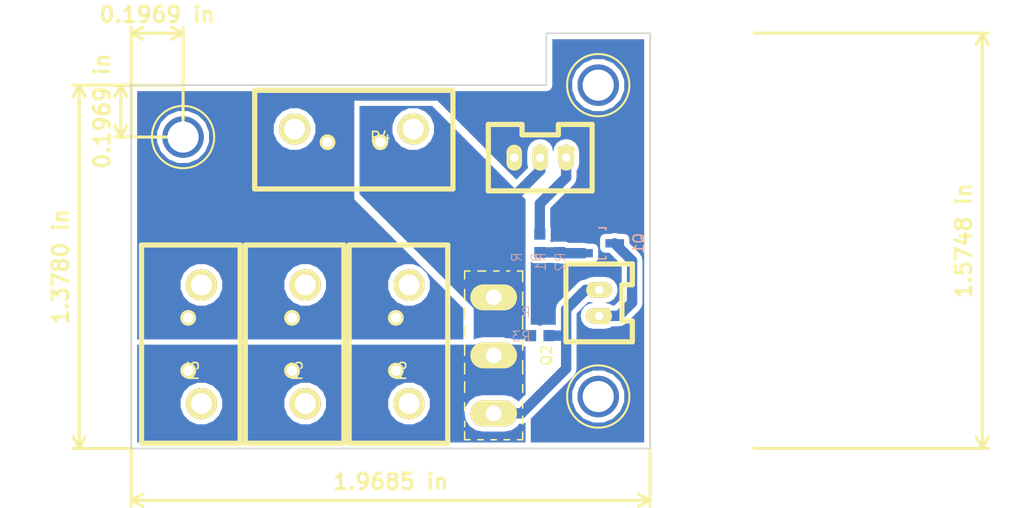
<source format=kicad_pcb>
(kicad_pcb (version 4) (host pcbnew 4.0.1-stable)

  (general
    (links 18)
    (no_connects 0)
    (area -12.999999 -7.85 90 41.200001)
    (thickness 1.6)
    (drawings 14)
    (tracks 53)
    (zones 0)
    (modules 11)
    (nets 8)
  )

  (page A4)
  (layers
    (0 F.Cu signal)
    (31 B.Cu signal)
    (32 B.Adhes user)
    (33 F.Adhes user)
    (34 B.Paste user)
    (35 F.Paste user)
    (36 B.SilkS user)
    (37 F.SilkS user)
    (38 B.Mask user)
    (39 F.Mask user)
    (40 Dwgs.User user)
    (41 Cmts.User user)
    (42 Eco1.User user)
    (43 Eco2.User user)
    (44 Edge.Cuts user)
    (45 Margin user)
    (46 B.CrtYd user)
    (47 F.CrtYd user)
    (48 B.Fab user)
    (49 F.Fab user)
  )

  (setup
    (last_trace_width 0.25)
    (user_trace_width 0.5)
    (user_trace_width 1)
    (user_trace_width 2)
    (trace_clearance 0.2)
    (zone_clearance 0.5)
    (zone_45_only no)
    (trace_min 0.2)
    (segment_width 0.2)
    (edge_width 0.15)
    (via_size 0.6)
    (via_drill 0.4)
    (via_min_size 0.4)
    (via_min_drill 0.3)
    (user_via 1.5 0.8)
    (user_via 4 3)
    (uvia_size 0.3)
    (uvia_drill 0.1)
    (uvias_allowed no)
    (uvia_min_size 0.2)
    (uvia_min_drill 0.1)
    (pcb_text_width 0.3)
    (pcb_text_size 1.5 1.5)
    (mod_edge_width 0.15)
    (mod_text_size 1 1)
    (mod_text_width 0.15)
    (pad_size 1.5 2.5)
    (pad_drill 0.8)
    (pad_to_mask_clearance 0.2)
    (aux_axis_origin 0 0)
    (visible_elements 7FFFFFFF)
    (pcbplotparams
      (layerselection 0x01000_80000000)
      (usegerberextensions false)
      (excludeedgelayer true)
      (linewidth 0.100000)
      (plotframeref false)
      (viasonmask false)
      (mode 1)
      (useauxorigin false)
      (hpglpennumber 1)
      (hpglpenspeed 20)
      (hpglpendiameter 15)
      (hpglpenoverlay 2)
      (psnegative false)
      (psa4output false)
      (plotreference true)
      (plotvalue true)
      (plotinvisibletext false)
      (padsonsilk false)
      (subtractmaskfromsilk false)
      (outputformat 1)
      (mirror false)
      (drillshape 0)
      (scaleselection 1)
      (outputdirectory ""))
  )

  (net 0 "")
  (net 1 +BATT)
  (net 2 GNDPWR)
  (net 3 /OUT)
  (net 4 "Net-(Q1-PadG)")
  (net 5 "Net-(P2-Pad3)")
  (net 6 "Net-(P1-Pad2)")
  (net 7 "Net-(P1-Pad1)")

  (net_class Default "これは標準のネット クラスです。"
    (clearance 0.2)
    (trace_width 0.25)
    (via_dia 0.6)
    (via_drill 0.4)
    (uvia_dia 0.3)
    (uvia_drill 0.1)
    (add_net +BATT)
    (add_net /OUT)
    (add_net GNDPWR)
    (add_net "Net-(P1-Pad1)")
    (add_net "Net-(P1-Pad2)")
    (add_net "Net-(P2-Pad3)")
    (add_net "Net-(Q1-PadG)")
  )

  (module TO_SOT_Packages_THT:TO-247_Vertical_Neutral123_MountedFromLS (layer F.Cu) (tedit 5717469D) (tstamp 571746AA)
    (at 34.925 26.035 270)
    (descr "TO-247 TO-218 TOP-3 FET 1=Gate 2=Drain 3=Source, Vertical, Mounted from LS")
    (tags "Transistor FET TO-247 TO-218 TOP-3 Vertical, LS")
    (path /57174657)
    (fp_text reference Q2 (at 0 -5.08 270) (layer F.SilkS)
      (effects (font (size 1 1) (thickness 0.15)))
    )
    (fp_text value FET_P (at -1.27 5.08 270) (layer F.Fab)
      (effects (font (size 1 1) (thickness 0.15)))
    )
    (fp_line (start 8.128 1.016) (end 8.128 1.524) (layer F.SilkS) (width 0.15))
    (fp_line (start 8.128 -0.254) (end 8.128 0.254) (layer F.SilkS) (width 0.15))
    (fp_line (start 8.128 -1.524) (end 8.128 -1.016) (layer F.SilkS) (width 0.15))
    (fp_line (start 8.128 2.794) (end 8.128 2.286) (layer F.SilkS) (width 0.15))
    (fp_line (start 8.128 -2.794) (end 8.128 -2.286) (layer F.SilkS) (width 0.15))
    (fp_line (start -8.128 -1.27) (end -8.128 -1.524) (layer F.SilkS) (width 0.15))
    (fp_line (start -8.128 0) (end -8.128 -0.508) (layer F.SilkS) (width 0.15))
    (fp_line (start -8.128 1.524) (end -8.128 0.762) (layer F.SilkS) (width 0.15))
    (fp_line (start -8.128 2.794) (end -8.128 2.286) (layer F.SilkS) (width 0.15))
    (fp_line (start -8.128 -2.794) (end -8.128 -2.286) (layer F.SilkS) (width 0.15))
    (fp_line (start 7.366 2.794) (end 8.128 2.794) (layer F.SilkS) (width 0.15))
    (fp_line (start 6.35 2.794) (end 6.858 2.794) (layer F.SilkS) (width 0.15))
    (fp_line (start 4.572 2.794) (end 5.334 2.794) (layer F.SilkS) (width 0.15))
    (fp_line (start 2.54 2.794) (end 3.556 2.794) (layer F.SilkS) (width 0.15))
    (fp_line (start 1.27 2.794) (end 1.778 2.794) (layer F.SilkS) (width 0.15))
    (fp_line (start 1.27 2.794) (end 0.762 2.794) (layer F.SilkS) (width 0.15))
    (fp_line (start -1.016 2.794) (end 0 2.794) (layer F.SilkS) (width 0.15))
    (fp_line (start -2.794 2.794) (end -1.778 2.794) (layer F.SilkS) (width 0.15))
    (fp_line (start -4.572 2.794) (end -3.556 2.794) (layer F.SilkS) (width 0.15))
    (fp_line (start -6.35 2.794) (end -5.334 2.794) (layer F.SilkS) (width 0.15))
    (fp_line (start -8.128 2.794) (end -7.366 2.794) (layer F.SilkS) (width 0.15))
    (fp_line (start 5.08 -2.794) (end 4.572 -2.794) (layer F.SilkS) (width 0.15))
    (fp_line (start 6.604 -2.794) (end 5.842 -2.794) (layer F.SilkS) (width 0.15))
    (fp_line (start 8.128 -2.794) (end 7.366 -2.794) (layer F.SilkS) (width 0.15))
    (fp_line (start 2.794 -2.794) (end 3.556 -2.794) (layer F.SilkS) (width 0.15))
    (fp_line (start 0.508 -2.794) (end 1.778 -2.794) (layer F.SilkS) (width 0.15))
    (fp_line (start -1.524 -2.794) (end -0.508 -2.794) (layer F.SilkS) (width 0.15))
    (fp_line (start -3.81 -2.794) (end -2.54 -2.794) (layer F.SilkS) (width 0.15))
    (fp_line (start -6.096 -2.794) (end -4.826 -2.794) (layer F.SilkS) (width 0.15))
    (fp_line (start -8.128 -2.794) (end -7.112 -2.794) (layer F.SilkS) (width 0.15))
    (pad D thru_hole oval (at 0 0) (size 4.50088 2.49936) (drill 1.50114) (layers *.Cu *.Mask F.SilkS)
      (net 3 /OUT))
    (pad S thru_hole oval (at -5.588 0) (size 4.50088 2.49936) (drill 1.50114) (layers *.Cu *.Mask F.SilkS)
      (net 1 +BATT))
    (pad G thru_hole oval (at 5.588 0) (size 4.50088 2.49936) (drill 1.50114) (layers *.Cu *.Mask F.SilkS)
      (net 7 "Net-(P1-Pad1)"))
    (model Transistors_TO-247.3dshapes/TO-247_Vertical_FET-GDS.wrl
      (at (xyz 0 0 -0.1))
      (scale (xyz 4 4 4))
      (rotate (xyz 0 0 180))
    )
  )

  (module RP_KiCAD_Connector:XA_2T (layer F.Cu) (tedit 57285F2D) (tstamp 57076CC7)
    (at 45.085 22.225 90)
    (path /57077D4A)
    (fp_text reference P1 (at 0 0.5 90) (layer F.SilkS)
      (effects (font (size 1 1) (thickness 0.15)))
    )
    (fp_text value CONN_01X02 (at 0 -0.5 90) (layer F.Fab)
      (effects (font (size 1 1) (thickness 0.15)))
    )
    (fp_line (start -2.5 3.2) (end -0.5 3.2) (layer F.SilkS) (width 0.5))
    (fp_line (start -0.5 3.2) (end -0.5 2.2) (layer F.SilkS) (width 0.5))
    (fp_line (start -0.5 2.2) (end 3 2.2) (layer F.SilkS) (width 0.5))
    (fp_line (start 3 2.2) (end 3 3.2) (layer F.SilkS) (width 0.5))
    (fp_line (start 3 3.2) (end 5 3.2) (layer F.SilkS) (width 0.5))
    (fp_line (start -2.5 -3.2) (end -2.5 3.2) (layer F.SilkS) (width 0.5))
    (fp_line (start 5 3.2) (end 5 -3.2) (layer F.SilkS) (width 0.5))
    (fp_line (start 5 -3.2) (end -2.5 -3.2) (layer F.SilkS) (width 0.5))
    (pad 2 thru_hole oval (at 0 0 90) (size 1.5 2.5) (drill 0.8) (layers *.Cu *.Mask F.SilkS)
      (net 6 "Net-(P1-Pad2)"))
    (pad 1 thru_hole oval (at 2.5 0 90) (size 1.5 2.5) (drill 0.8) (layers *.Cu *.Mask F.SilkS)
      (net 7 "Net-(P1-Pad1)"))
    (model conn_XA/XA_2T.wrl
      (at (xyz 0.05 0 0))
      (scale (xyz 4 4 4))
      (rotate (xyz -90 0 0))
    )
  )

  (module TO_SOT_Packages_SMD:SOT-23_Handsoldering (layer B.Cu) (tedit 56FA59B0) (tstamp 57076CEC)
    (at 45.085 15.24 90)
    (descr "SOT-23, Handsoldering")
    (tags SOT-23)
    (path /570768D8)
    (attr smd)
    (fp_text reference Q1 (at 0 3.81 90) (layer B.SilkS)
      (effects (font (size 1 1) (thickness 0.15)) (justify mirror))
    )
    (fp_text value MOSFET_N (at 0 -3.81 90) (layer B.Fab)
      (effects (font (size 1 1) (thickness 0.15)) (justify mirror))
    )
    (fp_line (start -1.49982 -0.0508) (end -1.49982 0.65024) (layer B.SilkS) (width 0.15))
    (fp_line (start -1.49982 0.65024) (end -1.2509 0.65024) (layer B.SilkS) (width 0.15))
    (fp_line (start 1.29916 0.65024) (end 1.49982 0.65024) (layer B.SilkS) (width 0.15))
    (fp_line (start 1.49982 0.65024) (end 1.49982 -0.0508) (layer B.SilkS) (width 0.15))
    (pad G smd rect (at -0.95 -1.50114 90) (size 0.8001 1.80086) (layers B.Cu B.Paste B.Mask)
      (net 4 "Net-(Q1-PadG)"))
    (pad S smd rect (at 0.95 -1.50114 90) (size 0.8001 1.80086) (layers B.Cu B.Paste B.Mask)
      (net 2 GNDPWR))
    (pad D smd rect (at 0 1.50114 90) (size 0.8001 1.80086) (layers B.Cu B.Paste B.Mask)
      (net 6 "Net-(P1-Pad2)"))
    (model TO_SOT_Packages_SMD.3dshapes/SOT-23_Handsoldering.wrl
      (at (xyz 0 0 0))
      (scale (xyz 1 1 1))
      (rotate (xyz 0 0 0))
    )
  )

  (module RP_KiCAD_Connector:XA_3T (layer F.Cu) (tedit 5704715B) (tstamp 570CD852)
    (at 41.91 6.985 180)
    (path /570CDAE3)
    (fp_text reference P2 (at 0 0.5 180) (layer F.SilkS)
      (effects (font (size 1 1) (thickness 0.15)))
    )
    (fp_text value CONN_01X03 (at 0 -0.5 180) (layer F.Fab)
      (effects (font (size 1 1) (thickness 0.15)))
    )
    (fp_line (start 0.75 2.2) (end 4.25 2.2) (layer F.SilkS) (width 0.5))
    (fp_line (start 4.25 2.2) (end 4.25 3.2) (layer F.SilkS) (width 0.5))
    (fp_line (start 4.25 3.2) (end 7.5 3.2) (layer F.SilkS) (width 0.5))
    (fp_line (start -2.5 3.2) (end 0.75 3.2) (layer F.SilkS) (width 0.5))
    (fp_line (start 0.75 3.2) (end 0.75 2.2) (layer F.SilkS) (width 0.5))
    (fp_line (start -2.5 -3.2) (end 7.5 -3.2) (layer F.SilkS) (width 0.5))
    (fp_line (start 7.5 -3.2) (end 7.5 3.2) (layer F.SilkS) (width 0.5))
    (fp_line (start -2.5 -3.2) (end -2.5 3.2) (layer F.SilkS) (width 0.5))
    (pad 3 thru_hole oval (at 0 0 180) (size 1.5 2.5) (drill 0.8) (layers *.Cu *.Mask F.SilkS)
      (net 5 "Net-(P2-Pad3)"))
    (pad 2 thru_hole oval (at 2.5 0 180) (size 1.5 2.5) (drill 0.8) (layers *.Cu *.Mask F.SilkS)
      (net 1 +BATT))
    (pad 1 thru_hole oval (at 5 0 180) (size 1.5 2.5) (drill 0.8) (layers *.Cu *.Mask F.SilkS)
      (net 2 GNDPWR))
    (model conn_XA/XA_3T.wrl
      (at (xyz 0.1 0 0))
      (scale (xyz 4 4 4))
      (rotate (xyz -90 0 0))
    )
  )

  (module RP_KiCAD_Libs:C0603K (layer B.Cu) (tedit 0) (tstamp 571046ED)
    (at 41.275 15.24 90)
    (descr "<b>Ceramic Chip Capacitor KEMET 0603 reflow solder</b><p>\nMetric Code Size 1608")
    (path /57076931)
    (fp_text reference R2 (at -0.8 0.65 90) (layer B.SilkS)
      (effects (font (size 0.9652 0.9652) (thickness 0.08128)) (justify left bottom mirror))
    )
    (fp_text value R (at -0.8 -1.65 90) (layer B.SilkS)
      (effects (font (size 0.9652 0.9652) (thickness 0.08128)) (justify left bottom mirror))
    )
    (fp_line (start -0.725 0.35) (end 0.725 0.35) (layer Dwgs.User) (width 0.1016))
    (fp_line (start 0.725 -0.35) (end -0.725 -0.35) (layer Dwgs.User) (width 0.1016))
    (fp_poly (pts (xy -0.8 -0.4) (xy -0.45 -0.4) (xy -0.45 0.4) (xy -0.8 0.4)) (layer Dwgs.User) (width 0))
    (fp_poly (pts (xy 0.45 -0.4) (xy 0.8 -0.4) (xy 0.8 0.4) (xy 0.45 0.4)) (layer Dwgs.User) (width 0))
    (pad 1 smd rect (at -0.875 0 90) (size 1.05 1.08) (layers B.Cu B.Paste B.Mask)
      (net 4 "Net-(Q1-PadG)"))
    (pad 2 smd rect (at 0.875 0 90) (size 1.05 1.08) (layers B.Cu B.Paste B.Mask)
      (net 2 GNDPWR))
    (model Resistors_SMD.3dshapes/R_0603.wrl
      (at (xyz 0 0 0))
      (scale (xyz 1 1 1))
      (rotate (xyz 0 0 0))
    )
  )

  (module RP_KiCAD_Libs:C0603K (layer B.Cu) (tedit 0) (tstamp 57185AEC)
    (at 39.37 15.24 90)
    (descr "<b>Ceramic Chip Capacitor KEMET 0603 reflow solder</b><p>\nMetric Code Size 1608")
    (path /570769B0)
    (fp_text reference R1 (at -0.8 0.65 90) (layer B.SilkS)
      (effects (font (size 0.9652 0.9652) (thickness 0.08128)) (justify left bottom mirror))
    )
    (fp_text value R (at -0.8 -1.65 90) (layer B.SilkS)
      (effects (font (size 0.9652 0.9652) (thickness 0.08128)) (justify left bottom mirror))
    )
    (fp_line (start -0.725 0.35) (end 0.725 0.35) (layer Dwgs.User) (width 0.1016))
    (fp_line (start 0.725 -0.35) (end -0.725 -0.35) (layer Dwgs.User) (width 0.1016))
    (fp_poly (pts (xy -0.8 -0.4) (xy -0.45 -0.4) (xy -0.45 0.4) (xy -0.8 0.4)) (layer Dwgs.User) (width 0))
    (fp_poly (pts (xy 0.45 -0.4) (xy 0.8 -0.4) (xy 0.8 0.4) (xy 0.45 0.4)) (layer Dwgs.User) (width 0))
    (pad 1 smd rect (at -0.875 0 90) (size 1.05 1.08) (layers B.Cu B.Paste B.Mask)
      (net 4 "Net-(Q1-PadG)"))
    (pad 2 smd rect (at 0.875 0 90) (size 1.05 1.08) (layers B.Cu B.Paste B.Mask)
      (net 5 "Net-(P2-Pad3)"))
    (model Resistors_SMD.3dshapes/R_0603.wrl
      (at (xyz 0 0 0))
      (scale (xyz 1 1 1))
      (rotate (xyz 0 0 0))
    )
  )

  (module RP_KiCAD_Libs:C0603K (layer B.Cu) (tedit 0) (tstamp 57185AF1)
    (at 39.37 24.13)
    (descr "<b>Ceramic Chip Capacitor KEMET 0603 reflow solder</b><p>\nMetric Code Size 1608")
    (path /57174BD9)
    (fp_text reference R3 (at -0.8 0.65) (layer B.SilkS)
      (effects (font (size 0.9652 0.9652) (thickness 0.08128)) (justify left bottom mirror))
    )
    (fp_text value R (at -0.8 -1.65) (layer B.SilkS)
      (effects (font (size 0.9652 0.9652) (thickness 0.08128)) (justify left bottom mirror))
    )
    (fp_line (start -0.725 0.35) (end 0.725 0.35) (layer Dwgs.User) (width 0.1016))
    (fp_line (start 0.725 -0.35) (end -0.725 -0.35) (layer Dwgs.User) (width 0.1016))
    (fp_poly (pts (xy -0.8 -0.4) (xy -0.45 -0.4) (xy -0.45 0.4) (xy -0.8 0.4)) (layer Dwgs.User) (width 0))
    (fp_poly (pts (xy 0.45 -0.4) (xy 0.8 -0.4) (xy 0.8 0.4) (xy 0.45 0.4)) (layer Dwgs.User) (width 0))
    (pad 1 smd rect (at -0.875 0) (size 1.05 1.08) (layers B.Cu B.Paste B.Mask)
      (net 1 +BATT))
    (pad 2 smd rect (at 0.875 0) (size 1.05 1.08) (layers B.Cu B.Paste B.Mask)
      (net 7 "Net-(P1-Pad1)"))
    (model Resistors_SMD.3dshapes/R_0603.wrl
      (at (xyz 0 0 0))
      (scale (xyz 1 1 1))
      (rotate (xyz 0 0 0))
    )
  )

  (module RP_KiCAD_Connector:D3200_2T (layer F.Cu) (tedit 572DAE48) (tstamp 572DB1A7)
    (at 5.5 27.5 90)
    (path /57076EF1)
    (fp_text reference P3 (at 0 0.5 90) (layer F.SilkS)
      (effects (font (size 1 1) (thickness 0.15)))
    )
    (fp_text value CONN_01X02 (at 0 -0.5 90) (layer F.Fab)
      (effects (font (size 1 1) (thickness 0.15)))
    )
    (fp_line (start -7 5) (end 12.1 5) (layer F.SilkS) (width 0.5))
    (fp_line (start 12.1 5) (end 12.1 -4.5) (layer F.SilkS) (width 0.5))
    (fp_line (start -7 -4.5) (end 12.1 -4.5) (layer F.SilkS) (width 0.5))
    (fp_line (start -7 -4.5) (end -7 5) (layer F.SilkS) (width 0.5))
    (pad 2 thru_hole circle (at 0 0 90) (size 1.524 1.524) (drill 1) (layers *.Cu *.Mask F.SilkS)
      (net 3 /OUT))
    (pad 1 thru_hole circle (at 5.08 0 90) (size 1.524 1.524) (drill 1) (layers *.Cu *.Mask F.SilkS)
      (net 2 GNDPWR))
    (pad 3 thru_hole circle (at -3.175 1.27 90) (size 3 3) (drill 2) (layers *.Cu *.Mask F.SilkS))
    (pad 5 thru_hole circle (at 8.255 1.27 90) (size 3 3) (drill 2) (layers *.Cu *.Mask F.SilkS))
    (model conn_D3200/D-3200T_2.wrl
      (at (xyz 0.1 0 0.2))
      (scale (xyz 3.95 3.95 3.95))
      (rotate (xyz 0 0 0))
    )
  )

  (module RP_KiCAD_Connector:D3200_2T (layer F.Cu) (tedit 572DAE48) (tstamp 572DB1B3)
    (at 24 5.5 180)
    (path /57076DBC)
    (fp_text reference P4 (at 0 0.5 180) (layer F.SilkS)
      (effects (font (size 1 1) (thickness 0.15)))
    )
    (fp_text value CONN_01X02 (at 0 -0.5 180) (layer F.Fab)
      (effects (font (size 1 1) (thickness 0.15)))
    )
    (fp_line (start -7 5) (end 12.1 5) (layer F.SilkS) (width 0.5))
    (fp_line (start 12.1 5) (end 12.1 -4.5) (layer F.SilkS) (width 0.5))
    (fp_line (start -7 -4.5) (end 12.1 -4.5) (layer F.SilkS) (width 0.5))
    (fp_line (start -7 -4.5) (end -7 5) (layer F.SilkS) (width 0.5))
    (pad 2 thru_hole circle (at 0 0 180) (size 1.524 1.524) (drill 1) (layers *.Cu *.Mask F.SilkS)
      (net 1 +BATT))
    (pad 1 thru_hole circle (at 5.08 0 180) (size 1.524 1.524) (drill 1) (layers *.Cu *.Mask F.SilkS)
      (net 2 GNDPWR))
    (pad 3 thru_hole circle (at -3.175 1.27 180) (size 3 3) (drill 2) (layers *.Cu *.Mask F.SilkS))
    (pad 5 thru_hole circle (at 8.255 1.27 180) (size 3 3) (drill 2) (layers *.Cu *.Mask F.SilkS))
    (model conn_D3200/D-3200T_2.wrl
      (at (xyz 0.1 0 0.2))
      (scale (xyz 3.95 3.95 3.95))
      (rotate (xyz 0 0 0))
    )
  )

  (module RP_KiCAD_Connector:D3200_2T (layer F.Cu) (tedit 572DAE48) (tstamp 572DB1BF)
    (at 15.5 27.5 90)
    (path /57076F2E)
    (fp_text reference P5 (at 0 0.5 90) (layer F.SilkS)
      (effects (font (size 1 1) (thickness 0.15)))
    )
    (fp_text value CONN_01X02 (at 0 -0.5 90) (layer F.Fab)
      (effects (font (size 1 1) (thickness 0.15)))
    )
    (fp_line (start -7 5) (end 12.1 5) (layer F.SilkS) (width 0.5))
    (fp_line (start 12.1 5) (end 12.1 -4.5) (layer F.SilkS) (width 0.5))
    (fp_line (start -7 -4.5) (end 12.1 -4.5) (layer F.SilkS) (width 0.5))
    (fp_line (start -7 -4.5) (end -7 5) (layer F.SilkS) (width 0.5))
    (pad 2 thru_hole circle (at 0 0 90) (size 1.524 1.524) (drill 1) (layers *.Cu *.Mask F.SilkS)
      (net 3 /OUT))
    (pad 1 thru_hole circle (at 5.08 0 90) (size 1.524 1.524) (drill 1) (layers *.Cu *.Mask F.SilkS)
      (net 2 GNDPWR))
    (pad 3 thru_hole circle (at -3.175 1.27 90) (size 3 3) (drill 2) (layers *.Cu *.Mask F.SilkS))
    (pad 5 thru_hole circle (at 8.255 1.27 90) (size 3 3) (drill 2) (layers *.Cu *.Mask F.SilkS))
    (model conn_D3200/D-3200T_2.wrl
      (at (xyz 0.1 0 0.2))
      (scale (xyz 3.95 3.95 3.95))
      (rotate (xyz 0 0 0))
    )
  )

  (module RP_KiCAD_Connector:D3200_2T (layer F.Cu) (tedit 572DAE48) (tstamp 572DB1CB)
    (at 25.5 27.5 90)
    (path /57076FE5)
    (fp_text reference P6 (at 0 0.5 90) (layer F.SilkS)
      (effects (font (size 1 1) (thickness 0.15)))
    )
    (fp_text value CONN_01X02 (at 0 -0.5 90) (layer F.Fab)
      (effects (font (size 1 1) (thickness 0.15)))
    )
    (fp_line (start -7 5) (end 12.1 5) (layer F.SilkS) (width 0.5))
    (fp_line (start 12.1 5) (end 12.1 -4.5) (layer F.SilkS) (width 0.5))
    (fp_line (start -7 -4.5) (end 12.1 -4.5) (layer F.SilkS) (width 0.5))
    (fp_line (start -7 -4.5) (end -7 5) (layer F.SilkS) (width 0.5))
    (pad 2 thru_hole circle (at 0 0 90) (size 1.524 1.524) (drill 1) (layers *.Cu *.Mask F.SilkS)
      (net 3 /OUT))
    (pad 1 thru_hole circle (at 5.08 0 90) (size 1.524 1.524) (drill 1) (layers *.Cu *.Mask F.SilkS)
      (net 2 GNDPWR))
    (pad 3 thru_hole circle (at -3.175 1.27 90) (size 3 3) (drill 2) (layers *.Cu *.Mask F.SilkS))
    (pad 5 thru_hole circle (at 8.255 1.27 90) (size 3 3) (drill 2) (layers *.Cu *.Mask F.SilkS))
    (model conn_D3200/D-3200T_2.wrl
      (at (xyz 0.1 0 0.2))
      (scale (xyz 3.95 3.95 3.95))
      (rotate (xyz 0 0 0))
    )
  )

  (dimension 50 (width 0.3) (layer F.SilkS)
    (gr_text "50.000 mm" (at 25 40) (layer F.SilkS)
      (effects (font (size 1.5 1.5) (thickness 0.3)))
    )
    (feature1 (pts (xy 50 35) (xy 50 40)))
    (feature2 (pts (xy 0 35) (xy 0 40)))
    (crossbar (pts (xy 0 40) (xy 50 40)))
    (arrow1a (pts (xy 50 40) (xy 48.873496 40.586421)))
    (arrow1b (pts (xy 50 40) (xy 48.873496 39.413579)))
    (arrow2a (pts (xy 0 40) (xy 1.126504 40.586421)))
    (arrow2b (pts (xy 0 40) (xy 1.126504 39.413579)))
  )
  (gr_line (start 50 -5) (end 50 35) (angle 90) (layer Edge.Cuts) (width 0.15))
  (gr_line (start 40 -5) (end 50 -5) (angle 90) (layer Edge.Cuts) (width 0.15))
  (gr_line (start 40 0) (end 40 -5) (angle 90) (layer Edge.Cuts) (width 0.15))
  (gr_line (start 0 0) (end 40 0) (angle 90) (layer Edge.Cuts) (width 0.15))
  (gr_circle (center 45 30) (end 48 30) (layer F.SilkS) (width 0.2))
  (gr_circle (center 45 0) (end 48 0) (layer F.SilkS) (width 0.2))
  (gr_line (start 50 35) (end 0 35) (angle 90) (layer Edge.Cuts) (width 0.15))
  (gr_circle (center 5 5) (end 2 5) (layer F.SilkS) (width 0.2))
  (dimension 5 (width 0.3) (layer F.SilkS)
    (gr_text "5.000 mm" (at -2.35 2.5 90) (layer F.SilkS)
      (effects (font (size 1.5 1.5) (thickness 0.3)))
    )
    (feature1 (pts (xy 5 0) (xy -3.7 0)))
    (feature2 (pts (xy 5 5) (xy -3.7 5)))
    (crossbar (pts (xy -1 5) (xy -1 0)))
    (arrow1a (pts (xy -1 0) (xy -0.413579 1.126504)))
    (arrow1b (pts (xy -1 0) (xy -1.586421 1.126504)))
    (arrow2a (pts (xy -1 5) (xy -0.413579 3.873496)))
    (arrow2b (pts (xy -1 5) (xy -1.586421 3.873496)))
  )
  (dimension 5 (width 0.3) (layer F.SilkS)
    (gr_text "5.000 mm" (at 2.5 -6.35) (layer F.SilkS)
      (effects (font (size 1.5 1.5) (thickness 0.3)))
    )
    (feature1 (pts (xy 0 5) (xy 0 -7.7)))
    (feature2 (pts (xy 5 5) (xy 5 -7.7)))
    (crossbar (pts (xy 5 -5) (xy 0 -5)))
    (arrow1a (pts (xy 0 -5) (xy 1.126504 -5.586421)))
    (arrow1b (pts (xy 0 -5) (xy 1.126504 -4.413579)))
    (arrow2a (pts (xy 5 -5) (xy 3.873496 -5.586421)))
    (arrow2b (pts (xy 5 -5) (xy 3.873496 -4.413579)))
  )
  (dimension 40 (width 0.3) (layer F.SilkS)
    (gr_text "40.000 mm" (at 83.35 15 270) (layer F.SilkS)
      (effects (font (size 1.5 1.5) (thickness 0.3)))
    )
    (feature1 (pts (xy 60 35) (xy 84.7 35)))
    (feature2 (pts (xy 60 -5) (xy 84.7 -5)))
    (crossbar (pts (xy 82 -5) (xy 82 35)))
    (arrow1a (pts (xy 82 35) (xy 81.413579 33.873496)))
    (arrow1b (pts (xy 82 35) (xy 82.586421 33.873496)))
    (arrow2a (pts (xy 82 -5) (xy 81.413579 -3.873496)))
    (arrow2b (pts (xy 82 -5) (xy 82.586421 -3.873496)))
  )
  (dimension 35 (width 0.3) (layer F.SilkS)
    (gr_text "35.000 mm" (at -6.35 17.5 270) (layer F.SilkS)
      (effects (font (size 1.5 1.5) (thickness 0.3)))
    )
    (feature1 (pts (xy 0 35) (xy -7.7 35)))
    (feature2 (pts (xy 0 0) (xy -7.7 0)))
    (crossbar (pts (xy -5 0) (xy -5 35)))
    (arrow1a (pts (xy -5 35) (xy -5.586421 33.873496)))
    (arrow1b (pts (xy -5 35) (xy -4.413579 33.873496)))
    (arrow2a (pts (xy -5 0) (xy -5.586421 1.126504)))
    (arrow2b (pts (xy -5 0) (xy -4.413579 1.126504)))
  )
  (gr_line (start 0 0) (end 0 35) (angle 90) (layer Edge.Cuts) (width 0.15))

  (via (at 45 0) (size 4) (drill 3) (layers F.Cu B.Cu) (net 0))
  (via (at 45 30) (size 4) (drill 3) (layers F.Cu B.Cu) (net 0))
  (via (at 5 5) (size 4) (drill 3) (layers F.Cu B.Cu) (net 0))
  (segment (start 24 5.5) (end 24 9.522) (width 2) (layer B.Cu) (net 1))
  (segment (start 24 9.522) (end 34.925 20.447) (width 2) (layer B.Cu) (net 1) (tstamp 572FFB1D))
  (segment (start 34.925 20.447) (end 34.925 22.925) (width 0.5) (layer B.Cu) (net 1))
  (segment (start 36.13 24.13) (end 38.495 24.13) (width 0.5) (layer B.Cu) (net 1) (tstamp 5721C748))
  (segment (start 34.925 22.925) (end 36.13 24.13) (width 0.5) (layer B.Cu) (net 1) (tstamp 5721C745))
  (segment (start 34.925 20.447) (end 34.925 20.56) (width 1) (layer B.Cu) (net 1))
  (segment (start 39.41 6.985) (end 39.41 8.215) (width 1) (layer B.Cu) (net 1))
  (segment (start 39.41 8.215) (end 34.925 12.7) (width 1) (layer B.Cu) (net 1) (tstamp 571859B4))
  (segment (start 34.925 12.7) (end 34.925 20.447) (width 1) (layer B.Cu) (net 1) (tstamp 571859B5))
  (segment (start 11.5 22.42) (end 11.5 12.92) (width 2) (layer B.Cu) (net 2))
  (segment (start 11.5 12.92) (end 18.92 5.5) (width 2) (layer B.Cu) (net 2) (tstamp 572FFB13))
  (segment (start 15.5 22.42) (end 25.5 22.42) (width 2) (layer B.Cu) (net 2))
  (segment (start 5.5 22.42) (end 11.5 22.42) (width 2) (layer B.Cu) (net 2))
  (segment (start 11.5 22.42) (end 15.5 22.42) (width 2) (layer B.Cu) (net 2) (tstamp 572FFB11))
  (segment (start 18.92 5.5) (end 18.92 2.58) (width 0.5) (layer B.Cu) (net 2))
  (segment (start 18.92 2.58) (end 20.5 1) (width 0.5) (layer B.Cu) (net 2) (tstamp 572FFB05))
  (segment (start 20.5 1) (end 35.5 1) (width 0.5) (layer B.Cu) (net 2) (tstamp 572FFB06))
  (segment (start 35.5 1) (end 37 2.5) (width 0.5) (layer B.Cu) (net 2) (tstamp 572FFB07))
  (segment (start 43.58386 14.29) (end 43.58386 10.41614) (width 0.5) (layer B.Cu) (net 2))
  (segment (start 43.58386 10.41614) (end 45.5 8.5) (width 0.5) (layer B.Cu) (net 2) (tstamp 5721C75B))
  (segment (start 45.5 8.5) (end 45.5 5.5) (width 0.5) (layer B.Cu) (net 2) (tstamp 5721C75C))
  (segment (start 45.5 5.5) (end 42.5 2.5) (width 0.5) (layer B.Cu) (net 2) (tstamp 5721C75D))
  (segment (start 42.5 2.5) (end 36.83 2.5) (width 0.5) (layer B.Cu) (net 2) (tstamp 5721C75F))
  (segment (start 36.83 2.5) (end 37 2.5) (width 0.5) (layer B.Cu) (net 2) (tstamp 572DB225))
  (segment (start 36.91 6.985) (end 36.91 2.59) (width 0.5) (layer B.Cu) (net 2))
  (segment (start 36.91 2.59) (end 37 2.5) (width 0.5) (layer B.Cu) (net 2) (tstamp 5721C74D))
  (segment (start 41.275 14.365) (end 41.35 14.29) (width 1) (layer B.Cu) (net 2))
  (segment (start 41.35 14.29) (end 43.58386 14.29) (width 1) (layer B.Cu) (net 2) (tstamp 5718599F))
  (segment (start 25.5 27.5) (end 33.46 27.5) (width 2) (layer B.Cu) (net 3))
  (segment (start 33.46 27.5) (end 34.925 26.035) (width 2) (layer B.Cu) (net 3) (tstamp 572FFB1A))
  (segment (start 15.5 27.5) (end 25.5 27.5) (width 2) (layer B.Cu) (net 3))
  (segment (start 5.5 27.5) (end 15.5 27.5) (width 2) (layer B.Cu) (net 3))
  (segment (start 39.37 16.115) (end 41.275 16.115) (width 1) (layer B.Cu) (net 4))
  (segment (start 41.275 16.115) (end 41.35 16.19) (width 1) (layer B.Cu) (net 4))
  (segment (start 41.35 16.19) (end 43.58386 16.19) (width 1) (layer B.Cu) (net 4) (tstamp 5718599C))
  (segment (start 39.37 14.365) (end 39.37 11.43) (width 1) (layer B.Cu) (net 5))
  (segment (start 41.91 8.89) (end 41.91 6.985) (width 1) (layer B.Cu) (net 5) (tstamp 57185996))
  (segment (start 39.37 11.43) (end 41.91 8.89) (width 1) (layer B.Cu) (net 5))
  (segment (start 45.085 22.225) (end 46.99 22.225) (width 1) (layer B.Cu) (net 6))
  (segment (start 48.26 16.91386) (end 46.58614 15.24) (width 1) (layer B.Cu) (net 6) (tstamp 571859A6))
  (segment (start 48.26 20.955) (end 48.26 16.91386) (width 1) (layer B.Cu) (net 6) (tstamp 571859A5))
  (segment (start 46.99 22.225) (end 48.26 20.955) (width 1) (layer B.Cu) (net 6) (tstamp 571859A4))
  (segment (start 40.245 24.13) (end 41.91 24.13) (width 1) (layer B.Cu) (net 7))
  (segment (start 39.37 29.845) (end 37.592 31.623) (width 1) (layer B.Cu) (net 7))
  (segment (start 37.592 31.623) (end 34.925 31.623) (width 1) (layer B.Cu) (net 7) (tstamp 571859AE))
  (segment (start 45.085 19.725) (end 43.775 19.725) (width 1) (layer B.Cu) (net 7))
  (segment (start 41.91 27.305) (end 39.37 29.845) (width 1) (layer B.Cu) (net 7) (tstamp 571859AB))
  (segment (start 41.91 21.59) (end 41.91 24.13) (width 1) (layer B.Cu) (net 7) (tstamp 571859AA))
  (segment (start 41.91 24.13) (end 41.91 27.305) (width 1) (layer B.Cu) (net 7) (tstamp 57185B38))
  (segment (start 43.775 19.725) (end 41.91 21.59) (width 1) (layer B.Cu) (net 7) (tstamp 571859A9))

  (zone (net 3) (net_name /OUT) (layer B.Cu) (tstamp 5721C68C) (hatch edge 0.508)
    (connect_pads yes (clearance 0.5))
    (min_thickness 0.0254)
    (fill yes (arc_segments 16) (thermal_gap 0.508) (thermal_bridge_width 0.508))
    (polygon
      (pts
        (xy 38 35) (xy 0 35) (xy 0 25) (xy 38 25) (xy 38 35)
      )
    )
    (filled_polygon
      (pts
        (xy 37.595293 25.034494) (xy 37.766623 25.151559) (xy 37.97 25.192744) (xy 37.9873 25.192744) (xy 37.9873 29.795526)
        (xy 37.298155 30.484671) (xy 37.226084 30.376809) (xy 36.654327 29.994773) (xy 35.979893 29.86062) (xy 33.870107 29.86062)
        (xy 33.195673 29.994773) (xy 32.623916 30.376809) (xy 32.24188 30.948566) (xy 32.107727 31.623) (xy 32.24188 32.297434)
        (xy 32.623916 32.869191) (xy 33.195673 33.251227) (xy 33.870107 33.38538) (xy 35.979893 33.38538) (xy 36.654327 33.251227)
        (xy 37.226084 32.869191) (xy 37.382098 32.6357) (xy 37.592 32.6357) (xy 37.979544 32.558613) (xy 37.9873 32.553431)
        (xy 37.9873 34.4123) (xy 0.5877 34.4123) (xy 0.5877 31.073594) (xy 4.756952 31.073594) (xy 5.062721 31.813613)
        (xy 5.628409 32.380289) (xy 6.367893 32.68735) (xy 7.168594 32.688048) (xy 7.908613 32.382279) (xy 8.475289 31.816591)
        (xy 8.78235 31.077107) (xy 8.782353 31.073594) (xy 14.756952 31.073594) (xy 15.062721 31.813613) (xy 15.628409 32.380289)
        (xy 16.367893 32.68735) (xy 17.168594 32.688048) (xy 17.908613 32.382279) (xy 18.475289 31.816591) (xy 18.78235 31.077107)
        (xy 18.782353 31.073594) (xy 24.756952 31.073594) (xy 25.062721 31.813613) (xy 25.628409 32.380289) (xy 26.367893 32.68735)
        (xy 27.168594 32.688048) (xy 27.908613 32.382279) (xy 28.475289 31.816591) (xy 28.78235 31.077107) (xy 28.783048 30.276406)
        (xy 28.477279 29.536387) (xy 27.911591 28.969711) (xy 27.172107 28.66265) (xy 26.371406 28.661952) (xy 25.631387 28.967721)
        (xy 25.064711 29.533409) (xy 24.75765 30.272893) (xy 24.756952 31.073594) (xy 18.782353 31.073594) (xy 18.783048 30.276406)
        (xy 18.477279 29.536387) (xy 17.911591 28.969711) (xy 17.172107 28.66265) (xy 16.371406 28.661952) (xy 15.631387 28.967721)
        (xy 15.064711 29.533409) (xy 14.75765 30.272893) (xy 14.756952 31.073594) (xy 8.782353 31.073594) (xy 8.783048 30.276406)
        (xy 8.477279 29.536387) (xy 7.911591 28.969711) (xy 7.172107 28.66265) (xy 6.371406 28.661952) (xy 5.631387 28.967721)
        (xy 5.064711 29.533409) (xy 4.75765 30.272893) (xy 4.756952 31.073594) (xy 0.5877 31.073594) (xy 0.5877 25.0127)
        (xy 37.581269 25.0127)
      )
    )
  )
  (zone (net 2) (net_name GNDPWR) (layer B.Cu) (tstamp 5721C6A0) (hatch edge 0.508)
    (connect_pads yes (clearance 0.5))
    (min_thickness 0.0254)
    (fill yes (arc_segments 16) (thermal_gap 0.508) (thermal_bridge_width 0.508))
    (polygon
      (pts
        (xy 50 35) (xy 38.5 35) (xy 38.5 10.5) (xy 29.5 1.5) (xy 21.5 1.5)
        (xy 21.5 10.5) (xy 32 21) (xy 32 24.5) (xy 0 24.5) (xy 0 0)
        (xy 40 0) (xy 40 -5) (xy 50 -5) (xy 50 35)
      )
    )
    (filled_polygon
      (pts
        (xy 49.4123 34.4123) (xy 38.5127 34.4123) (xy 38.5127 32.134474) (xy 40.14956 30.497614) (xy 42.486865 30.497614)
        (xy 42.868594 31.421471) (xy 43.574811 32.128922) (xy 44.498 32.512263) (xy 45.497614 32.513135) (xy 46.421471 32.131406)
        (xy 47.128922 31.425189) (xy 47.512263 30.502) (xy 47.513135 29.502386) (xy 47.131406 28.578529) (xy 46.425189 27.871078)
        (xy 45.502 27.487737) (xy 44.502386 27.486865) (xy 43.578529 27.868594) (xy 42.871078 28.574811) (xy 42.487737 29.498)
        (xy 42.486865 30.497614) (xy 40.14956 30.497614) (xy 42.626087 28.021087) (xy 42.845613 27.692544) (xy 42.9227 27.305)
        (xy 42.9227 22.009474) (xy 44.05127 20.880904) (xy 44.067253 20.891583) (xy 44.48662 20.975) (xy 44.067253 21.058417)
        (xy 43.657603 21.332136) (xy 43.383884 21.741786) (xy 43.287767 22.225) (xy 43.383884 22.708214) (xy 43.657603 23.117864)
        (xy 44.067253 23.391583) (xy 44.550467 23.4877) (xy 45.619533 23.4877) (xy 46.102747 23.391583) (xy 46.33305 23.2377)
        (xy 46.99 23.2377) (xy 47.377544 23.160613) (xy 47.706087 22.941087) (xy 48.976087 21.671087) (xy 49.093335 21.495613)
        (xy 49.195613 21.342544) (xy 49.2727 20.955) (xy 49.2727 16.91386) (xy 49.25868 16.843377) (xy 49.195614 16.526317)
        (xy 48.976087 16.197773) (xy 48.009314 15.231) (xy 48.009314 14.83995) (xy 47.973564 14.649955) (xy 47.861277 14.475456)
        (xy 47.689947 14.358391) (xy 47.48657 14.317206) (xy 46.992868 14.317206) (xy 46.973683 14.304387) (xy 46.58614 14.2273)
        (xy 46.198597 14.304387) (xy 46.179412 14.317206) (xy 45.68571 14.317206) (xy 45.495715 14.352956) (xy 45.321216 14.465243)
        (xy 45.204151 14.636573) (xy 45.162966 14.83995) (xy 45.162966 15.64005) (xy 45.198716 15.830045) (xy 45.311003 16.004544)
        (xy 45.482333 16.121609) (xy 45.68571 16.162794) (xy 46.07676 16.162794) (xy 47.2473 17.333334) (xy 47.2473 20.535526)
        (xy 46.570526 21.2123) (xy 46.33305 21.2123) (xy 46.102747 21.058417) (xy 45.68338 20.975) (xy 46.102747 20.891583)
        (xy 46.512397 20.617864) (xy 46.786116 20.208214) (xy 46.882233 19.725) (xy 46.786116 19.241786) (xy 46.512397 18.832136)
        (xy 46.102747 18.558417) (xy 45.619533 18.4623) (xy 44.550467 18.4623) (xy 44.067253 18.558417) (xy 43.83695 18.7123)
        (xy 43.775 18.7123) (xy 43.387456 18.789387) (xy 43.058913 19.008913) (xy 41.193913 20.873913) (xy 40.974387 21.202456)
        (xy 40.8973 21.59) (xy 40.8973 23.093035) (xy 40.77 23.067256) (xy 39.72 23.067256) (xy 39.530005 23.103006)
        (xy 39.367997 23.207256) (xy 39.223377 23.108441) (xy 39.02 23.067256) (xy 38.5127 23.067256) (xy 38.5127 17.043719)
        (xy 38.626623 17.121559) (xy 38.83 17.162744) (xy 39.91 17.162744) (xy 40.096243 17.1277) (xy 40.561948 17.1277)
        (xy 40.735 17.162744) (xy 41.149127 17.162744) (xy 41.35 17.2027) (xy 43.58386 17.2027) (xy 43.971404 17.125613)
        (xy 43.990589 17.112794) (xy 44.48429 17.112794) (xy 44.674285 17.077044) (xy 44.848784 16.964757) (xy 44.965849 16.793427)
        (xy 45.007034 16.59005) (xy 45.007034 15.78995) (xy 44.971284 15.599955) (xy 44.858997 15.425456) (xy 44.687667 15.308391)
        (xy 44.48429 15.267206) (xy 43.990589 15.267206) (xy 43.971404 15.254387) (xy 43.58386 15.1773) (xy 42.119155 15.1773)
        (xy 42.018377 15.108441) (xy 41.815 15.067256) (xy 40.735 15.067256) (xy 40.548757 15.1023) (xy 40.385462 15.1023)
        (xy 40.391559 15.093377) (xy 40.432744 14.89) (xy 40.432744 13.84) (xy 40.396994 13.650005) (xy 40.3827 13.627791)
        (xy 40.3827 11.849474) (xy 42.626087 9.606087) (xy 42.845613 9.277544) (xy 42.9227 8.89) (xy 42.9227 8.23305)
        (xy 43.076583 8.002747) (xy 43.1727 7.519533) (xy 43.1727 6.450467) (xy 43.076583 5.967253) (xy 42.802864 5.557603)
        (xy 42.393214 5.283884) (xy 41.91 5.187767) (xy 41.426786 5.283884) (xy 41.017136 5.557603) (xy 40.743417 5.967253)
        (xy 40.66 6.38662) (xy 40.576583 5.967253) (xy 40.302864 5.557603) (xy 39.893214 5.283884) (xy 39.41 5.187767)
        (xy 38.926786 5.283884) (xy 38.517136 5.557603) (xy 38.243417 5.967253) (xy 38.1473 6.450467) (xy 38.1473 7.519533)
        (xy 38.234568 7.958258) (xy 37.105393 9.087433) (xy 29.50898 1.49102) (xy 29.504779 1.488233) (xy 29.5 1.4873)
        (xy 21.5 1.4873) (xy 21.495059 1.488301) (xy 21.490897 1.491145) (xy 21.488169 1.495384) (xy 21.4873 1.5)
        (xy 21.4873 11) (xy 21.488301 11.004941) (xy 21.49102 11.00898) (xy 31.9873 21.50526) (xy 31.9873 24.4873)
        (xy 0.5877 24.4873) (xy 0.5877 19.643594) (xy 4.756952 19.643594) (xy 5.062721 20.383613) (xy 5.628409 20.950289)
        (xy 6.367893 21.25735) (xy 7.168594 21.258048) (xy 7.908613 20.952279) (xy 8.475289 20.386591) (xy 8.78235 19.647107)
        (xy 8.782353 19.643594) (xy 14.756952 19.643594) (xy 15.062721 20.383613) (xy 15.628409 20.950289) (xy 16.367893 21.25735)
        (xy 17.168594 21.258048) (xy 17.908613 20.952279) (xy 18.475289 20.386591) (xy 18.78235 19.647107) (xy 18.782353 19.643594)
        (xy 24.756952 19.643594) (xy 25.062721 20.383613) (xy 25.628409 20.950289) (xy 26.367893 21.25735) (xy 27.168594 21.258048)
        (xy 27.908613 20.952279) (xy 28.475289 20.386591) (xy 28.78235 19.647107) (xy 28.783048 18.846406) (xy 28.477279 18.106387)
        (xy 27.911591 17.539711) (xy 27.172107 17.23265) (xy 26.371406 17.231952) (xy 25.631387 17.537721) (xy 25.064711 18.103409)
        (xy 24.75765 18.842893) (xy 24.756952 19.643594) (xy 18.782353 19.643594) (xy 18.783048 18.846406) (xy 18.477279 18.106387)
        (xy 17.911591 17.539711) (xy 17.172107 17.23265) (xy 16.371406 17.231952) (xy 15.631387 17.537721) (xy 15.064711 18.103409)
        (xy 14.75765 18.842893) (xy 14.756952 19.643594) (xy 8.782353 19.643594) (xy 8.783048 18.846406) (xy 8.477279 18.106387)
        (xy 7.911591 17.539711) (xy 7.172107 17.23265) (xy 6.371406 17.231952) (xy 5.631387 17.537721) (xy 5.064711 18.103409)
        (xy 4.75765 18.842893) (xy 4.756952 19.643594) (xy 0.5877 19.643594) (xy 0.5877 5.497614) (xy 2.486865 5.497614)
        (xy 2.868594 6.421471) (xy 3.574811 7.128922) (xy 4.498 7.512263) (xy 5.497614 7.513135) (xy 6.421471 7.131406)
        (xy 7.128922 6.425189) (xy 7.512263 5.502) (xy 7.513024 4.628594) (xy 13.731952 4.628594) (xy 14.037721 5.368613)
        (xy 14.603409 5.935289) (xy 15.342893 6.24235) (xy 16.143594 6.243048) (xy 16.883613 5.937279) (xy 17.450289 5.371591)
        (xy 17.75735 4.632107) (xy 17.758048 3.831406) (xy 17.452279 3.091387) (xy 16.886591 2.524711) (xy 16.147107 2.21765)
        (xy 15.346406 2.216952) (xy 14.606387 2.522721) (xy 14.039711 3.088409) (xy 13.73265 3.827893) (xy 13.731952 4.628594)
        (xy 7.513024 4.628594) (xy 7.513135 4.502386) (xy 7.131406 3.578529) (xy 6.425189 2.871078) (xy 5.502 2.487737)
        (xy 4.502386 2.486865) (xy 3.578529 2.868594) (xy 2.871078 3.574811) (xy 2.487737 4.498) (xy 2.486865 5.497614)
        (xy 0.5877 5.497614) (xy 0.5877 0.5877) (xy 40 0.5877) (xy 40.224903 0.542964) (xy 40.292774 0.497614)
        (xy 42.486865 0.497614) (xy 42.868594 1.421471) (xy 43.574811 2.128922) (xy 44.498 2.512263) (xy 45.497614 2.513135)
        (xy 46.421471 2.131406) (xy 47.128922 1.425189) (xy 47.512263 0.502) (xy 47.513135 -0.497614) (xy 47.131406 -1.421471)
        (xy 46.425189 -2.128922) (xy 45.502 -2.512263) (xy 44.502386 -2.513135) (xy 43.578529 -2.131406) (xy 42.871078 -1.425189)
        (xy 42.487737 -0.502) (xy 42.486865 0.497614) (xy 40.292774 0.497614) (xy 40.415567 0.415567) (xy 40.542964 0.224903)
        (xy 40.5877 0) (xy 40.5877 -4.4123) (xy 49.4123 -4.4123)
      )
    )
  )
  (zone (net 1) (net_name +BATT) (layer B.Cu) (tstamp 5721C6DF) (hatch edge 0.508)
    (connect_pads yes (clearance 0.5))
    (min_thickness 0.0254)
    (fill yes (arc_segments 16) (thermal_gap 0.508) (thermal_bridge_width 0.508))
    (polygon
      (pts
        (xy 38 11) (xy 38 24.5) (xy 32.5 24.5) (xy 32.5 21) (xy 22 10.5)
        (xy 22 2) (xy 29 2) (xy 38 11)
      )
    )
    (filled_polygon
      (pts
        (xy 37.9873 11.00526) (xy 37.9873 24.4873) (xy 36.774844 24.4873) (xy 36.654327 24.406773) (xy 35.979893 24.27262)
        (xy 33.870107 24.27262) (xy 33.195673 24.406773) (xy 33.075156 24.4873) (xy 33.0127 24.4873) (xy 33.0127 21.5)
        (xy 33.011699 21.495059) (xy 33.00898 21.49102) (xy 22.0127 10.49474) (xy 22.0127 4.628594) (xy 25.161952 4.628594)
        (xy 25.467721 5.368613) (xy 26.033409 5.935289) (xy 26.772893 6.24235) (xy 27.573594 6.243048) (xy 28.313613 5.937279)
        (xy 28.880289 5.371591) (xy 29.18735 4.632107) (xy 29.188048 3.831406) (xy 28.882279 3.091387) (xy 28.316591 2.524711)
        (xy 27.577107 2.21765) (xy 26.776406 2.216952) (xy 26.036387 2.522721) (xy 25.469711 3.088409) (xy 25.16265 3.827893)
        (xy 25.161952 4.628594) (xy 22.0127 4.628594) (xy 22.0127 2.0127) (xy 28.99474 2.0127)
      )
    )
  )
)

</source>
